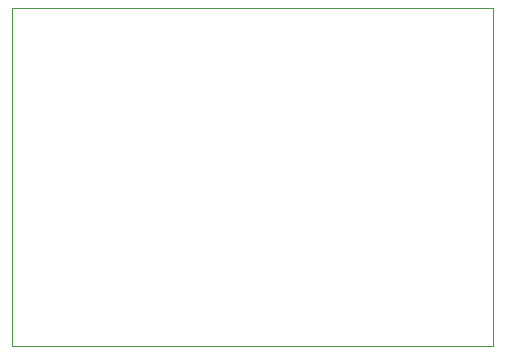
<source format=gbr>
G04 #@! TF.GenerationSoftware,KiCad,Pcbnew,(5.1.5)-3*
G04 #@! TF.CreationDate,2020-05-07T17:46:45-04:00*
G04 #@! TF.ProjectId,CR2025_Nordic,43523230-3235-45f4-9e6f-726469632e6b,rev?*
G04 #@! TF.SameCoordinates,Original*
G04 #@! TF.FileFunction,Profile,NP*
%FSLAX46Y46*%
G04 Gerber Fmt 4.6, Leading zero omitted, Abs format (unit mm)*
G04 Created by KiCad (PCBNEW (5.1.5)-3) date 2020-05-07 17:46:45*
%MOMM*%
%LPD*%
G04 APERTURE LIST*
%ADD10C,0.050000*%
G04 APERTURE END LIST*
D10*
X124300000Y-104000000D02*
X124300000Y-75400000D01*
X165000000Y-104000000D02*
X124300000Y-104000000D01*
X165000000Y-75400000D02*
X165000000Y-104000000D01*
X124300000Y-75400000D02*
X165000000Y-75400000D01*
M02*

</source>
